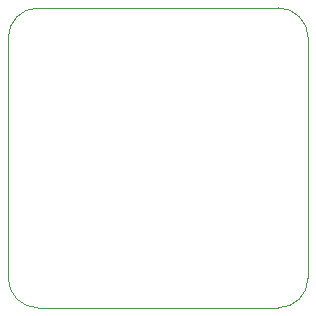
<source format=gbr>
%TF.GenerationSoftware,KiCad,Pcbnew,7.0.9*%
%TF.CreationDate,2023-12-14T21:42:17-08:00*%
%TF.ProjectId,encoder-board,656e636f-6465-4722-9d62-6f6172642e6b,rev?*%
%TF.SameCoordinates,Original*%
%TF.FileFunction,Profile,NP*%
%FSLAX46Y46*%
G04 Gerber Fmt 4.6, Leading zero omitted, Abs format (unit mm)*
G04 Created by KiCad (PCBNEW 7.0.9) date 2023-12-14 21:42:17*
%MOMM*%
%LPD*%
G01*
G04 APERTURE LIST*
%TA.AperFunction,Profile*%
%ADD10C,0.100000*%
%TD*%
G04 APERTURE END LIST*
D10*
X50800000Y-27940000D02*
G75*
G03*
X48260000Y-25400000I-2540000J0D01*
G01*
X27940000Y-25400000D02*
X48260000Y-25400000D01*
X50800000Y-48260000D02*
X50800000Y-27940000D01*
X25400000Y-48260000D02*
G75*
G03*
X27940000Y-50800000I2540000J0D01*
G01*
X27940000Y-25400000D02*
G75*
G03*
X25400000Y-27940000I0J-2540000D01*
G01*
X48260000Y-50800000D02*
G75*
G03*
X50800000Y-48260000I0J2540000D01*
G01*
X25400000Y-48260000D02*
X25400000Y-27940000D01*
X27940000Y-50800000D02*
X48260000Y-50800000D01*
M02*

</source>
